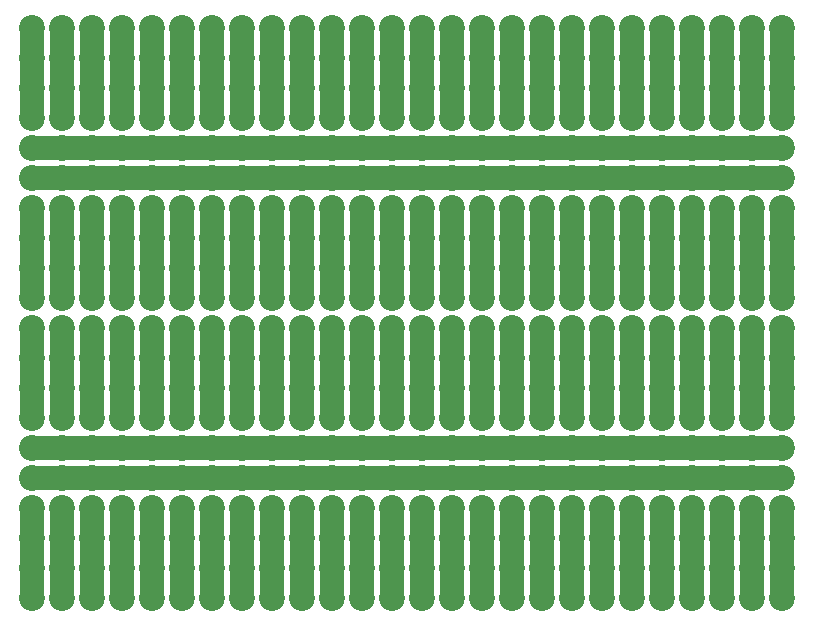
<source format=gbr>
%TF.GenerationSoftware,KiCad,Pcbnew,(5.1.8)-1*%
%TF.CreationDate,2022-01-26T04:46:27+03:00*%
%TF.ProjectId,Proto50x70-4er,50726f74-6f35-4307-9837-302d3465722e,rev?*%
%TF.SameCoordinates,Original*%
%TF.FileFunction,Copper,L2,Bot*%
%TF.FilePolarity,Positive*%
%FSLAX46Y46*%
G04 Gerber Fmt 4.6, Leading zero omitted, Abs format (unit mm)*
G04 Created by KiCad (PCBNEW (5.1.8)-1) date 2022-01-26 04:46:27*
%MOMM*%
%LPD*%
G01*
G04 APERTURE LIST*
%TA.AperFunction,ViaPad*%
%ADD10C,2.200000*%
%TD*%
%TA.AperFunction,Conductor*%
%ADD11C,2.000000*%
%TD*%
G04 APERTURE END LIST*
D10*
%TO.N,*%
X53340000Y-76200000D03*
X53340000Y-73660000D03*
X53340000Y-71120000D03*
X53340000Y-68580000D03*
X53340000Y-66040000D03*
X53340000Y-63500000D03*
X53340000Y-60960000D03*
X53340000Y-58420000D03*
X53340000Y-55880000D03*
X53340000Y-53340000D03*
X53340000Y-50800000D03*
X53340000Y-48260000D03*
X53340000Y-45720000D03*
X53340000Y-43180000D03*
X53340000Y-40640000D03*
X53340000Y-38100000D03*
X53340000Y-35560000D03*
X53340000Y-33020000D03*
X53340000Y-30480000D03*
X53340000Y-27940000D03*
X55880000Y-45720000D03*
X55880000Y-50800000D03*
X55880000Y-38100000D03*
X55880000Y-58420000D03*
X55880000Y-27940000D03*
X55880000Y-33020000D03*
X55880000Y-35560000D03*
X55880000Y-30480000D03*
X55880000Y-63500000D03*
X55880000Y-60960000D03*
X55880000Y-71120000D03*
X55880000Y-76200000D03*
X55880000Y-68580000D03*
X55880000Y-53340000D03*
X55880000Y-73660000D03*
X55880000Y-40640000D03*
X55880000Y-55880000D03*
X55880000Y-66040000D03*
X55880000Y-48260000D03*
X55880000Y-43180000D03*
X58420000Y-45720000D03*
X58420000Y-50800000D03*
X58420000Y-38100000D03*
X58420000Y-58420000D03*
X58420000Y-27940000D03*
X58420000Y-33020000D03*
X58420000Y-35560000D03*
X58420000Y-30480000D03*
X58420000Y-63500000D03*
X58420000Y-60960000D03*
X58420000Y-71120000D03*
X58420000Y-76200000D03*
X58420000Y-68580000D03*
X58420000Y-53340000D03*
X58420000Y-73660000D03*
X58420000Y-40640000D03*
X58420000Y-55880000D03*
X58420000Y-66040000D03*
X58420000Y-48260000D03*
X58420000Y-43180000D03*
X60960000Y-45720000D03*
X60960000Y-50800000D03*
X60960000Y-38100000D03*
X60960000Y-58420000D03*
X60960000Y-27940000D03*
X60960000Y-33020000D03*
X60960000Y-35560000D03*
X60960000Y-30480000D03*
X60960000Y-63500000D03*
X60960000Y-60960000D03*
X60960000Y-71120000D03*
X60960000Y-76200000D03*
X60960000Y-68580000D03*
X60960000Y-53340000D03*
X60960000Y-73660000D03*
X60960000Y-40640000D03*
X60960000Y-55880000D03*
X60960000Y-66040000D03*
X60960000Y-48260000D03*
X60960000Y-43180000D03*
X68580000Y-33020000D03*
X63500000Y-45720000D03*
X63500000Y-50800000D03*
X68580000Y-68580000D03*
X71120000Y-58420000D03*
X66040000Y-55880000D03*
X63500000Y-38100000D03*
X68580000Y-60960000D03*
X63500000Y-58420000D03*
X68580000Y-71120000D03*
X66040000Y-76200000D03*
X66040000Y-53340000D03*
X66040000Y-40640000D03*
X68580000Y-27940000D03*
X71120000Y-38100000D03*
X71120000Y-73660000D03*
X71120000Y-27940000D03*
X71120000Y-55880000D03*
X63500000Y-27940000D03*
X71120000Y-35560000D03*
X71120000Y-33020000D03*
X71120000Y-30480000D03*
X71120000Y-71120000D03*
X71120000Y-60960000D03*
X71120000Y-45720000D03*
X71120000Y-53340000D03*
X68580000Y-43180000D03*
X71120000Y-76200000D03*
X71120000Y-50800000D03*
X71120000Y-68580000D03*
X71120000Y-63500000D03*
X71120000Y-66040000D03*
X66040000Y-27940000D03*
X68580000Y-45720000D03*
X68580000Y-63500000D03*
X63500000Y-33020000D03*
X68580000Y-40640000D03*
X63500000Y-35560000D03*
X68580000Y-66040000D03*
X63500000Y-30480000D03*
X68580000Y-76200000D03*
X68580000Y-38100000D03*
X66040000Y-68580000D03*
X66040000Y-73660000D03*
X68580000Y-50800000D03*
X63500000Y-63500000D03*
X63500000Y-60960000D03*
X68580000Y-53340000D03*
X68580000Y-73660000D03*
X68580000Y-48260000D03*
X66040000Y-43180000D03*
X71120000Y-43180000D03*
X63500000Y-71120000D03*
X68580000Y-35560000D03*
X68580000Y-55880000D03*
X63500000Y-76200000D03*
X66040000Y-60960000D03*
X66040000Y-48260000D03*
X66040000Y-35560000D03*
X66040000Y-30480000D03*
X63500000Y-68580000D03*
X66040000Y-71120000D03*
X63500000Y-53340000D03*
X63500000Y-73660000D03*
X66040000Y-63500000D03*
X68580000Y-58420000D03*
X66040000Y-66040000D03*
X63500000Y-40640000D03*
X66040000Y-58420000D03*
X71120000Y-40640000D03*
X63500000Y-55880000D03*
X68580000Y-30480000D03*
X66040000Y-50800000D03*
X63500000Y-66040000D03*
X71120000Y-48260000D03*
X66040000Y-38100000D03*
X63500000Y-48260000D03*
X63500000Y-43180000D03*
X66040000Y-33020000D03*
X66040000Y-45720000D03*
X78740000Y-33020000D03*
X73660000Y-45720000D03*
X73660000Y-50800000D03*
X78740000Y-68580000D03*
X81280000Y-58420000D03*
X76200000Y-55880000D03*
X73660000Y-38100000D03*
X78740000Y-60960000D03*
X73660000Y-58420000D03*
X78740000Y-71120000D03*
X76200000Y-76200000D03*
X76200000Y-53340000D03*
X76200000Y-40640000D03*
X78740000Y-27940000D03*
X81280000Y-38100000D03*
X81280000Y-73660000D03*
X81280000Y-27940000D03*
X81280000Y-55880000D03*
X73660000Y-27940000D03*
X81280000Y-35560000D03*
X81280000Y-33020000D03*
X81280000Y-30480000D03*
X81280000Y-71120000D03*
X81280000Y-60960000D03*
X81280000Y-45720000D03*
X81280000Y-53340000D03*
X78740000Y-43180000D03*
X81280000Y-76200000D03*
X81280000Y-50800000D03*
X81280000Y-68580000D03*
X81280000Y-63500000D03*
X81280000Y-66040000D03*
X76200000Y-27940000D03*
X78740000Y-45720000D03*
X78740000Y-63500000D03*
X73660000Y-33020000D03*
X78740000Y-40640000D03*
X73660000Y-35560000D03*
X78740000Y-66040000D03*
X73660000Y-30480000D03*
X78740000Y-76200000D03*
X78740000Y-38100000D03*
X76200000Y-68580000D03*
X76200000Y-73660000D03*
X78740000Y-50800000D03*
X73660000Y-63500000D03*
X73660000Y-60960000D03*
X78740000Y-53340000D03*
X78740000Y-73660000D03*
X78740000Y-48260000D03*
X76200000Y-43180000D03*
X81280000Y-43180000D03*
X73660000Y-71120000D03*
X78740000Y-35560000D03*
X78740000Y-55880000D03*
X73660000Y-76200000D03*
X76200000Y-60960000D03*
X76200000Y-48260000D03*
X76200000Y-35560000D03*
X76200000Y-30480000D03*
X73660000Y-68580000D03*
X76200000Y-71120000D03*
X73660000Y-53340000D03*
X73660000Y-73660000D03*
X76200000Y-63500000D03*
X78740000Y-58420000D03*
X76200000Y-66040000D03*
X73660000Y-40640000D03*
X76200000Y-58420000D03*
X81280000Y-40640000D03*
X73660000Y-55880000D03*
X78740000Y-30480000D03*
X76200000Y-50800000D03*
X73660000Y-66040000D03*
X81280000Y-48260000D03*
X76200000Y-38100000D03*
X73660000Y-48260000D03*
X73660000Y-43180000D03*
X76200000Y-33020000D03*
X76200000Y-45720000D03*
X88900000Y-33020000D03*
X83820000Y-45720000D03*
X83820000Y-50800000D03*
X88900000Y-68580000D03*
X91440000Y-58420000D03*
X86360000Y-55880000D03*
X83820000Y-38100000D03*
X88900000Y-60960000D03*
X83820000Y-58420000D03*
X88900000Y-71120000D03*
X86360000Y-76200000D03*
X86360000Y-53340000D03*
X86360000Y-40640000D03*
X88900000Y-27940000D03*
X91440000Y-38100000D03*
X91440000Y-73660000D03*
X91440000Y-27940000D03*
X91440000Y-55880000D03*
X83820000Y-27940000D03*
X91440000Y-35560000D03*
X91440000Y-33020000D03*
X91440000Y-30480000D03*
X91440000Y-71120000D03*
X91440000Y-60960000D03*
X91440000Y-45720000D03*
X91440000Y-53340000D03*
X88900000Y-43180000D03*
X91440000Y-76200000D03*
X91440000Y-50800000D03*
X91440000Y-68580000D03*
X91440000Y-63500000D03*
X91440000Y-66040000D03*
X86360000Y-27940000D03*
X88900000Y-45720000D03*
X88900000Y-63500000D03*
X83820000Y-33020000D03*
X88900000Y-40640000D03*
X83820000Y-35560000D03*
X88900000Y-66040000D03*
X83820000Y-30480000D03*
X88900000Y-76200000D03*
X88900000Y-38100000D03*
X86360000Y-68580000D03*
X86360000Y-73660000D03*
X88900000Y-50800000D03*
X83820000Y-63500000D03*
X83820000Y-60960000D03*
X88900000Y-53340000D03*
X88900000Y-73660000D03*
X88900000Y-48260000D03*
X86360000Y-43180000D03*
X91440000Y-43180000D03*
X83820000Y-71120000D03*
X88900000Y-35560000D03*
X88900000Y-55880000D03*
X83820000Y-76200000D03*
X86360000Y-60960000D03*
X86360000Y-48260000D03*
X86360000Y-35560000D03*
X86360000Y-30480000D03*
X83820000Y-68580000D03*
X86360000Y-71120000D03*
X83820000Y-53340000D03*
X83820000Y-73660000D03*
X86360000Y-63500000D03*
X88900000Y-58420000D03*
X86360000Y-66040000D03*
X83820000Y-40640000D03*
X86360000Y-58420000D03*
X91440000Y-40640000D03*
X83820000Y-55880000D03*
X88900000Y-30480000D03*
X86360000Y-50800000D03*
X83820000Y-66040000D03*
X91440000Y-48260000D03*
X86360000Y-38100000D03*
X83820000Y-48260000D03*
X83820000Y-43180000D03*
X86360000Y-33020000D03*
X86360000Y-45720000D03*
X99060000Y-33020000D03*
X93980000Y-45720000D03*
X93980000Y-50800000D03*
X99060000Y-68580000D03*
X101600000Y-58420000D03*
X96520000Y-55880000D03*
X93980000Y-38100000D03*
X99060000Y-60960000D03*
X93980000Y-58420000D03*
X99060000Y-71120000D03*
X96520000Y-76200000D03*
X96520000Y-53340000D03*
X96520000Y-40640000D03*
X99060000Y-27940000D03*
X101600000Y-38100000D03*
X101600000Y-73660000D03*
X101600000Y-27940000D03*
X101600000Y-55880000D03*
X93980000Y-27940000D03*
X101600000Y-35560000D03*
X101600000Y-33020000D03*
X101600000Y-30480000D03*
X101600000Y-71120000D03*
X101600000Y-60960000D03*
X101600000Y-45720000D03*
X101600000Y-53340000D03*
X99060000Y-43180000D03*
X101600000Y-76200000D03*
X101600000Y-50800000D03*
X101600000Y-68580000D03*
X101600000Y-63500000D03*
X101600000Y-66040000D03*
X96520000Y-27940000D03*
X99060000Y-45720000D03*
X99060000Y-63500000D03*
X93980000Y-33020000D03*
X99060000Y-40640000D03*
X93980000Y-35560000D03*
X99060000Y-66040000D03*
X93980000Y-30480000D03*
X99060000Y-76200000D03*
X99060000Y-38100000D03*
X96520000Y-68580000D03*
X96520000Y-73660000D03*
X99060000Y-50800000D03*
X93980000Y-63500000D03*
X93980000Y-60960000D03*
X99060000Y-53340000D03*
X99060000Y-73660000D03*
X99060000Y-48260000D03*
X96520000Y-43180000D03*
X101600000Y-43180000D03*
X93980000Y-71120000D03*
X99060000Y-35560000D03*
X99060000Y-55880000D03*
X93980000Y-76200000D03*
X96520000Y-60960000D03*
X96520000Y-48260000D03*
X96520000Y-35560000D03*
X96520000Y-30480000D03*
X93980000Y-68580000D03*
X96520000Y-71120000D03*
X93980000Y-53340000D03*
X93980000Y-73660000D03*
X96520000Y-63500000D03*
X99060000Y-58420000D03*
X96520000Y-66040000D03*
X93980000Y-40640000D03*
X96520000Y-58420000D03*
X101600000Y-40640000D03*
X93980000Y-55880000D03*
X99060000Y-30480000D03*
X96520000Y-50800000D03*
X93980000Y-66040000D03*
X101600000Y-48260000D03*
X96520000Y-38100000D03*
X93980000Y-48260000D03*
X93980000Y-43180000D03*
X96520000Y-33020000D03*
X96520000Y-45720000D03*
X109220000Y-33020000D03*
X104140000Y-45720000D03*
X104140000Y-50800000D03*
X109220000Y-68580000D03*
X111760000Y-58420000D03*
X106680000Y-55880000D03*
X104140000Y-38100000D03*
X109220000Y-60960000D03*
X104140000Y-58420000D03*
X109220000Y-71120000D03*
X106680000Y-76200000D03*
X106680000Y-53340000D03*
X106680000Y-40640000D03*
X109220000Y-27940000D03*
X111760000Y-38100000D03*
X111760000Y-73660000D03*
X111760000Y-27940000D03*
X111760000Y-55880000D03*
X104140000Y-27940000D03*
X111760000Y-35560000D03*
X111760000Y-33020000D03*
X111760000Y-30480000D03*
X111760000Y-71120000D03*
X111760000Y-60960000D03*
X111760000Y-45720000D03*
X111760000Y-53340000D03*
X109220000Y-43180000D03*
X111760000Y-76200000D03*
X111760000Y-50800000D03*
X111760000Y-68580000D03*
X111760000Y-63500000D03*
X111760000Y-66040000D03*
X106680000Y-27940000D03*
X109220000Y-45720000D03*
X109220000Y-63500000D03*
X104140000Y-33020000D03*
X109220000Y-40640000D03*
X104140000Y-35560000D03*
X109220000Y-66040000D03*
X104140000Y-30480000D03*
X109220000Y-76200000D03*
X109220000Y-38100000D03*
X106680000Y-68580000D03*
X106680000Y-73660000D03*
X109220000Y-50800000D03*
X104140000Y-63500000D03*
X104140000Y-60960000D03*
X109220000Y-53340000D03*
X109220000Y-73660000D03*
X109220000Y-48260000D03*
X106680000Y-43180000D03*
X111760000Y-43180000D03*
X104140000Y-71120000D03*
X109220000Y-35560000D03*
X109220000Y-55880000D03*
X104140000Y-76200000D03*
X106680000Y-60960000D03*
X106680000Y-48260000D03*
X106680000Y-35560000D03*
X106680000Y-30480000D03*
X104140000Y-68580000D03*
X106680000Y-71120000D03*
X104140000Y-53340000D03*
X104140000Y-73660000D03*
X106680000Y-63500000D03*
X109220000Y-58420000D03*
X106680000Y-66040000D03*
X104140000Y-40640000D03*
X106680000Y-58420000D03*
X111760000Y-40640000D03*
X104140000Y-55880000D03*
X109220000Y-30480000D03*
X106680000Y-50800000D03*
X104140000Y-66040000D03*
X111760000Y-48260000D03*
X106680000Y-38100000D03*
X104140000Y-48260000D03*
X104140000Y-43180000D03*
X106680000Y-33020000D03*
X106680000Y-45720000D03*
X114300000Y-45720000D03*
X114300000Y-50800000D03*
X114300000Y-38100000D03*
X114300000Y-58420000D03*
X114300000Y-27940000D03*
X114300000Y-33020000D03*
X114300000Y-35560000D03*
X114300000Y-30480000D03*
X114300000Y-63500000D03*
X114300000Y-60960000D03*
X114300000Y-71120000D03*
X114300000Y-76200000D03*
X114300000Y-68580000D03*
X114300000Y-53340000D03*
X114300000Y-73660000D03*
X114300000Y-40640000D03*
X114300000Y-55880000D03*
X114300000Y-66040000D03*
X114300000Y-48260000D03*
X114300000Y-43180000D03*
X116840000Y-45720000D03*
X116840000Y-50800000D03*
X116840000Y-38100000D03*
X116840000Y-58420000D03*
X116840000Y-27940000D03*
X116840000Y-33020000D03*
X116840000Y-35560000D03*
X116840000Y-30480000D03*
X116840000Y-63500000D03*
X116840000Y-60960000D03*
X116840000Y-71120000D03*
X116840000Y-76200000D03*
X116840000Y-68580000D03*
X116840000Y-53340000D03*
X116840000Y-73660000D03*
X116840000Y-40640000D03*
X116840000Y-55880000D03*
X116840000Y-66040000D03*
X116840000Y-48260000D03*
X116840000Y-43180000D03*
%TD*%
D11*
%TO.N,*%
X53340000Y-68580000D02*
X53340000Y-76200000D01*
X53340000Y-66040000D02*
X116840000Y-66040000D01*
X53340000Y-63500000D02*
X116840000Y-63500000D01*
X53340000Y-60960000D02*
X53340000Y-53340000D01*
X53340000Y-40640000D02*
X116840000Y-40640000D01*
X53340000Y-38100000D02*
X116840000Y-38100000D01*
X53340000Y-43180000D02*
X53340000Y-50800000D01*
X53340000Y-27940000D02*
X53340000Y-35560000D01*
X55880000Y-27940000D02*
X55880000Y-35560000D01*
X55880000Y-60960000D02*
X55880000Y-53340000D01*
X55880000Y-68580000D02*
X55880000Y-76200000D01*
X55880000Y-43180000D02*
X55880000Y-50800000D01*
X58420000Y-27940000D02*
X58420000Y-35560000D01*
X58420000Y-60960000D02*
X58420000Y-53340000D01*
X58420000Y-68580000D02*
X58420000Y-76200000D01*
X58420000Y-43180000D02*
X58420000Y-50800000D01*
X60960000Y-27940000D02*
X60960000Y-35560000D01*
X60960000Y-60960000D02*
X60960000Y-53340000D01*
X60960000Y-68580000D02*
X60960000Y-76200000D01*
X60960000Y-43180000D02*
X60960000Y-50800000D01*
X68580000Y-68580000D02*
X68580000Y-76200000D01*
X68580000Y-43180000D02*
X68580000Y-50800000D01*
X68580000Y-60960000D02*
X68580000Y-53340000D01*
X68580000Y-27940000D02*
X68580000Y-35560000D01*
X71120000Y-68580000D02*
X71120000Y-76200000D01*
X71120000Y-43180000D02*
X71120000Y-50800000D01*
X71120000Y-60960000D02*
X71120000Y-53340000D01*
X63500000Y-27940000D02*
X63500000Y-35560000D01*
X66040000Y-60960000D02*
X66040000Y-53340000D01*
X66040000Y-43180000D02*
X66040000Y-50800000D01*
X66040000Y-68580000D02*
X66040000Y-76200000D01*
X63500000Y-60960000D02*
X63500000Y-53340000D01*
X63500000Y-68580000D02*
X63500000Y-76200000D01*
X71120000Y-27940000D02*
X71120000Y-35560000D01*
X63500000Y-43180000D02*
X63500000Y-50800000D01*
X66040000Y-27940000D02*
X66040000Y-35560000D01*
X78740000Y-68580000D02*
X78740000Y-76200000D01*
X78740000Y-43180000D02*
X78740000Y-50800000D01*
X78740000Y-60960000D02*
X78740000Y-53340000D01*
X78740000Y-27940000D02*
X78740000Y-35560000D01*
X81280000Y-68580000D02*
X81280000Y-76200000D01*
X81280000Y-43180000D02*
X81280000Y-50800000D01*
X81280000Y-60960000D02*
X81280000Y-53340000D01*
X73660000Y-27940000D02*
X73660000Y-35560000D01*
X76200000Y-60960000D02*
X76200000Y-53340000D01*
X76200000Y-43180000D02*
X76200000Y-50800000D01*
X76200000Y-68580000D02*
X76200000Y-76200000D01*
X73660000Y-60960000D02*
X73660000Y-53340000D01*
X73660000Y-68580000D02*
X73660000Y-76200000D01*
X81280000Y-27940000D02*
X81280000Y-35560000D01*
X73660000Y-43180000D02*
X73660000Y-50800000D01*
X76200000Y-27940000D02*
X76200000Y-35560000D01*
X88900000Y-68580000D02*
X88900000Y-76200000D01*
X88900000Y-43180000D02*
X88900000Y-50800000D01*
X88900000Y-60960000D02*
X88900000Y-53340000D01*
X88900000Y-27940000D02*
X88900000Y-35560000D01*
X91440000Y-68580000D02*
X91440000Y-76200000D01*
X91440000Y-43180000D02*
X91440000Y-50800000D01*
X91440000Y-60960000D02*
X91440000Y-53340000D01*
X83820000Y-27940000D02*
X83820000Y-35560000D01*
X86360000Y-60960000D02*
X86360000Y-53340000D01*
X86360000Y-43180000D02*
X86360000Y-50800000D01*
X86360000Y-68580000D02*
X86360000Y-76200000D01*
X83820000Y-60960000D02*
X83820000Y-53340000D01*
X83820000Y-68580000D02*
X83820000Y-76200000D01*
X91440000Y-27940000D02*
X91440000Y-35560000D01*
X83820000Y-43180000D02*
X83820000Y-50800000D01*
X86360000Y-27940000D02*
X86360000Y-35560000D01*
X99060000Y-68580000D02*
X99060000Y-76200000D01*
X99060000Y-43180000D02*
X99060000Y-50800000D01*
X99060000Y-60960000D02*
X99060000Y-53340000D01*
X99060000Y-27940000D02*
X99060000Y-35560000D01*
X101600000Y-68580000D02*
X101600000Y-76200000D01*
X101600000Y-43180000D02*
X101600000Y-50800000D01*
X101600000Y-60960000D02*
X101600000Y-53340000D01*
X93980000Y-27940000D02*
X93980000Y-35560000D01*
X96520000Y-60960000D02*
X96520000Y-53340000D01*
X96520000Y-43180000D02*
X96520000Y-50800000D01*
X96520000Y-68580000D02*
X96520000Y-76200000D01*
X93980000Y-60960000D02*
X93980000Y-53340000D01*
X93980000Y-68580000D02*
X93980000Y-76200000D01*
X101600000Y-27940000D02*
X101600000Y-35560000D01*
X93980000Y-43180000D02*
X93980000Y-50800000D01*
X96520000Y-27940000D02*
X96520000Y-35560000D01*
X109220000Y-68580000D02*
X109220000Y-76200000D01*
X109220000Y-43180000D02*
X109220000Y-50800000D01*
X109220000Y-60960000D02*
X109220000Y-53340000D01*
X109220000Y-27940000D02*
X109220000Y-35560000D01*
X111760000Y-68580000D02*
X111760000Y-76200000D01*
X111760000Y-43180000D02*
X111760000Y-50800000D01*
X111760000Y-60960000D02*
X111760000Y-53340000D01*
X104140000Y-27940000D02*
X104140000Y-35560000D01*
X106680000Y-60960000D02*
X106680000Y-53340000D01*
X106680000Y-43180000D02*
X106680000Y-50800000D01*
X106680000Y-68580000D02*
X106680000Y-76200000D01*
X104140000Y-60960000D02*
X104140000Y-53340000D01*
X104140000Y-68580000D02*
X104140000Y-76200000D01*
X111760000Y-27940000D02*
X111760000Y-35560000D01*
X104140000Y-43180000D02*
X104140000Y-50800000D01*
X106680000Y-27940000D02*
X106680000Y-35560000D01*
X114300000Y-27940000D02*
X114300000Y-35560000D01*
X114300000Y-60960000D02*
X114300000Y-53340000D01*
X114300000Y-68580000D02*
X114300000Y-76200000D01*
X114300000Y-43180000D02*
X114300000Y-50800000D01*
X116840000Y-27940000D02*
X116840000Y-35560000D01*
X116840000Y-60960000D02*
X116840000Y-53340000D01*
X116840000Y-68580000D02*
X116840000Y-76200000D01*
X116840000Y-43180000D02*
X116840000Y-50800000D01*
%TD*%
M02*

</source>
